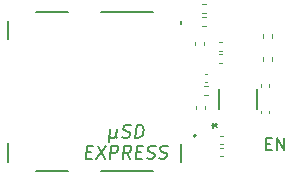
<source format=gbr>
%TF.GenerationSoftware,KiCad,Pcbnew,9.0.0*%
%TF.CreationDate,2025-07-16T00:49:38-07:00*%
%TF.ProjectId,microsd_express,6d696372-6f73-4645-9f65-787072657373,rev?*%
%TF.SameCoordinates,Original*%
%TF.FileFunction,Legend,Top*%
%TF.FilePolarity,Positive*%
%FSLAX46Y46*%
G04 Gerber Fmt 4.6, Leading zero omitted, Abs format (unit mm)*
G04 Created by KiCad (PCBNEW 9.0.0) date 2025-07-16 00:49:38*
%MOMM*%
%LPD*%
G01*
G04 APERTURE LIST*
%ADD10C,0.170000*%
%ADD11C,0.160000*%
%ADD12C,0.150000*%
%ADD13C,0.120000*%
%ADD14C,0.127000*%
%ADD15C,0.200000*%
%ADD16C,0.152400*%
G04 APERTURE END LIST*
D10*
X127910612Y-74115906D02*
X128243945Y-74115906D01*
X128386802Y-74639716D02*
X127910612Y-74639716D01*
X127910612Y-74639716D02*
X127910612Y-73639716D01*
X127910612Y-73639716D02*
X128386802Y-73639716D01*
X128815374Y-74639716D02*
X128815374Y-73639716D01*
X128815374Y-73639716D02*
X129386802Y-74639716D01*
X129386802Y-74639716D02*
X129386802Y-73639716D01*
D11*
X114697023Y-72852789D02*
X114559523Y-73952789D01*
X115148809Y-73428980D02*
X115188095Y-73533742D01*
X115188095Y-73533742D02*
X115286309Y-73586122D01*
X114625000Y-73428980D02*
X114664285Y-73533742D01*
X114664285Y-73533742D02*
X114762500Y-73586122D01*
X114762500Y-73586122D02*
X114972023Y-73586122D01*
X114972023Y-73586122D02*
X115083333Y-73533742D01*
X115083333Y-73533742D02*
X115148809Y-73428980D01*
X115148809Y-73428980D02*
X115220833Y-72852789D01*
X115711904Y-73533742D02*
X115862500Y-73586122D01*
X115862500Y-73586122D02*
X116124404Y-73586122D01*
X116124404Y-73586122D02*
X116235714Y-73533742D01*
X116235714Y-73533742D02*
X116294642Y-73481361D01*
X116294642Y-73481361D02*
X116360119Y-73376599D01*
X116360119Y-73376599D02*
X116373214Y-73271837D01*
X116373214Y-73271837D02*
X116333928Y-73167075D01*
X116333928Y-73167075D02*
X116288095Y-73114694D01*
X116288095Y-73114694D02*
X116189881Y-73062313D01*
X116189881Y-73062313D02*
X115986904Y-73009932D01*
X115986904Y-73009932D02*
X115888690Y-72957551D01*
X115888690Y-72957551D02*
X115842857Y-72905170D01*
X115842857Y-72905170D02*
X115803571Y-72800408D01*
X115803571Y-72800408D02*
X115816666Y-72695646D01*
X115816666Y-72695646D02*
X115882142Y-72590884D01*
X115882142Y-72590884D02*
X115941071Y-72538503D01*
X115941071Y-72538503D02*
X116052381Y-72486122D01*
X116052381Y-72486122D02*
X116314285Y-72486122D01*
X116314285Y-72486122D02*
X116464881Y-72538503D01*
X116805357Y-73586122D02*
X116942857Y-72486122D01*
X116942857Y-72486122D02*
X117204761Y-72486122D01*
X117204761Y-72486122D02*
X117355357Y-72538503D01*
X117355357Y-72538503D02*
X117447023Y-72643265D01*
X117447023Y-72643265D02*
X117486309Y-72748027D01*
X117486309Y-72748027D02*
X117512500Y-72957551D01*
X117512500Y-72957551D02*
X117492857Y-73114694D01*
X117492857Y-73114694D02*
X117414285Y-73324218D01*
X117414285Y-73324218D02*
X117348809Y-73428980D01*
X117348809Y-73428980D02*
X117230952Y-73533742D01*
X117230952Y-73533742D02*
X117067261Y-73586122D01*
X117067261Y-73586122D02*
X116805357Y-73586122D01*
X112660714Y-74780870D02*
X113027381Y-74780870D01*
X113112500Y-75357060D02*
X112588691Y-75357060D01*
X112588691Y-75357060D02*
X112726191Y-74257060D01*
X112726191Y-74257060D02*
X113250000Y-74257060D01*
X113616667Y-74257060D02*
X114212500Y-75357060D01*
X114350000Y-74257060D02*
X113479167Y-75357060D01*
X114631548Y-75357060D02*
X114769048Y-74257060D01*
X114769048Y-74257060D02*
X115188095Y-74257060D01*
X115188095Y-74257060D02*
X115286310Y-74309441D01*
X115286310Y-74309441D02*
X115332143Y-74361822D01*
X115332143Y-74361822D02*
X115371429Y-74466584D01*
X115371429Y-74466584D02*
X115351786Y-74623727D01*
X115351786Y-74623727D02*
X115286310Y-74728489D01*
X115286310Y-74728489D02*
X115227381Y-74780870D01*
X115227381Y-74780870D02*
X115116071Y-74833251D01*
X115116071Y-74833251D02*
X114697024Y-74833251D01*
X116360119Y-75357060D02*
X116058929Y-74833251D01*
X115731548Y-75357060D02*
X115869048Y-74257060D01*
X115869048Y-74257060D02*
X116288095Y-74257060D01*
X116288095Y-74257060D02*
X116386310Y-74309441D01*
X116386310Y-74309441D02*
X116432143Y-74361822D01*
X116432143Y-74361822D02*
X116471429Y-74466584D01*
X116471429Y-74466584D02*
X116451786Y-74623727D01*
X116451786Y-74623727D02*
X116386310Y-74728489D01*
X116386310Y-74728489D02*
X116327381Y-74780870D01*
X116327381Y-74780870D02*
X116216071Y-74833251D01*
X116216071Y-74833251D02*
X115797024Y-74833251D01*
X116903571Y-74780870D02*
X117270238Y-74780870D01*
X117355357Y-75357060D02*
X116831548Y-75357060D01*
X116831548Y-75357060D02*
X116969048Y-74257060D01*
X116969048Y-74257060D02*
X117492857Y-74257060D01*
X117780952Y-75304680D02*
X117931548Y-75357060D01*
X117931548Y-75357060D02*
X118193452Y-75357060D01*
X118193452Y-75357060D02*
X118304762Y-75304680D01*
X118304762Y-75304680D02*
X118363690Y-75252299D01*
X118363690Y-75252299D02*
X118429167Y-75147537D01*
X118429167Y-75147537D02*
X118442262Y-75042775D01*
X118442262Y-75042775D02*
X118402976Y-74938013D01*
X118402976Y-74938013D02*
X118357143Y-74885632D01*
X118357143Y-74885632D02*
X118258929Y-74833251D01*
X118258929Y-74833251D02*
X118055952Y-74780870D01*
X118055952Y-74780870D02*
X117957738Y-74728489D01*
X117957738Y-74728489D02*
X117911905Y-74676108D01*
X117911905Y-74676108D02*
X117872619Y-74571346D01*
X117872619Y-74571346D02*
X117885714Y-74466584D01*
X117885714Y-74466584D02*
X117951190Y-74361822D01*
X117951190Y-74361822D02*
X118010119Y-74309441D01*
X118010119Y-74309441D02*
X118121429Y-74257060D01*
X118121429Y-74257060D02*
X118383333Y-74257060D01*
X118383333Y-74257060D02*
X118533929Y-74309441D01*
X118828571Y-75304680D02*
X118979167Y-75357060D01*
X118979167Y-75357060D02*
X119241071Y-75357060D01*
X119241071Y-75357060D02*
X119352381Y-75304680D01*
X119352381Y-75304680D02*
X119411309Y-75252299D01*
X119411309Y-75252299D02*
X119476786Y-75147537D01*
X119476786Y-75147537D02*
X119489881Y-75042775D01*
X119489881Y-75042775D02*
X119450595Y-74938013D01*
X119450595Y-74938013D02*
X119404762Y-74885632D01*
X119404762Y-74885632D02*
X119306548Y-74833251D01*
X119306548Y-74833251D02*
X119103571Y-74780870D01*
X119103571Y-74780870D02*
X119005357Y-74728489D01*
X119005357Y-74728489D02*
X118959524Y-74676108D01*
X118959524Y-74676108D02*
X118920238Y-74571346D01*
X118920238Y-74571346D02*
X118933333Y-74466584D01*
X118933333Y-74466584D02*
X118998809Y-74361822D01*
X118998809Y-74361822D02*
X119057738Y-74309441D01*
X119057738Y-74309441D02*
X119169048Y-74257060D01*
X119169048Y-74257060D02*
X119430952Y-74257060D01*
X119430952Y-74257060D02*
X119581548Y-74309441D01*
D12*
X123259916Y-72542882D02*
X123498011Y-72542882D01*
X123402773Y-72780977D02*
X123498011Y-72542882D01*
X123498011Y-72542882D02*
X123402773Y-72304787D01*
X123688487Y-72685739D02*
X123498011Y-72542882D01*
X123498011Y-72542882D02*
X123688487Y-72400025D01*
D13*
%TO.C,R6*%
X122465114Y-62296787D02*
X122772396Y-62296787D01*
X122465114Y-63056787D02*
X122772396Y-63056787D01*
D14*
%TO.C,J1*%
X106000000Y-65180000D02*
X106000000Y-63670000D01*
X106000000Y-75630000D02*
X106000000Y-74040000D01*
X108370000Y-62900000D02*
X111130000Y-62900000D01*
X108370000Y-76400000D02*
X111130000Y-76400000D01*
X113870000Y-62900000D02*
X118330000Y-62900000D01*
X113870000Y-76400000D02*
X118330000Y-76400000D01*
X120650000Y-63670000D02*
X120650000Y-63940000D01*
X120650000Y-74080000D02*
X120650000Y-75630000D01*
D15*
X121925000Y-73410000D02*
G75*
G02*
X121725000Y-73410000I-100000J0D01*
G01*
X121725000Y-73410000D02*
G75*
G02*
X121925000Y-73410000I100000J0D01*
G01*
D13*
%TO.C,R4*%
X127592330Y-65119487D02*
X127592330Y-64812205D01*
X128352330Y-65119487D02*
X128352330Y-64812205D01*
%TO.C,R1*%
X122647089Y-69165349D02*
X122954371Y-69165349D01*
X122647089Y-69925349D02*
X122954371Y-69925349D01*
D16*
%TO.C,U1*%
X123874400Y-69452285D02*
X123874400Y-71123075D01*
X127125600Y-71123075D02*
X127125600Y-69452285D01*
D13*
%TO.C,C7*%
X127418443Y-71510817D02*
X127418443Y-71295145D01*
X128138443Y-71510817D02*
X128138443Y-71295145D01*
%TO.C,C11*%
X121973808Y-70899210D02*
X121973808Y-71114882D01*
X122693808Y-70899210D02*
X122693808Y-71114882D01*
%TO.C,C3*%
X127403877Y-69042331D02*
X127403877Y-69258003D01*
X128123877Y-69042331D02*
X128123877Y-69258003D01*
%TO.C,C5*%
X124225205Y-73414427D02*
X124009533Y-73414427D01*
X124225205Y-74134427D02*
X124009533Y-74134427D01*
%TO.C,C6*%
X124128232Y-66491272D02*
X123912560Y-66491272D01*
X124128232Y-67211272D02*
X123912560Y-67211272D01*
%TO.C,C1*%
X124221175Y-74417966D02*
X124005503Y-74417966D01*
X124221175Y-75137966D02*
X124005503Y-75137966D01*
%TO.C,C9*%
X122696160Y-68159600D02*
X122911832Y-68159600D01*
X122696160Y-68879600D02*
X122911832Y-68879600D01*
%TO.C,R5*%
X122474915Y-63370000D02*
X122782197Y-63370000D01*
X122474915Y-64130000D02*
X122782197Y-64130000D01*
%TO.C,C2*%
X124132140Y-65479034D02*
X123916468Y-65479034D01*
X124132140Y-66199034D02*
X123916468Y-66199034D01*
%TO.C,R3*%
X127590599Y-67065343D02*
X127590599Y-66758061D01*
X128350599Y-67065343D02*
X128350599Y-66758061D01*
%TO.C,R2*%
X121874803Y-65746646D02*
X121874803Y-65439364D01*
X122634803Y-65746646D02*
X122634803Y-65439364D01*
%TD*%
M02*

</source>
